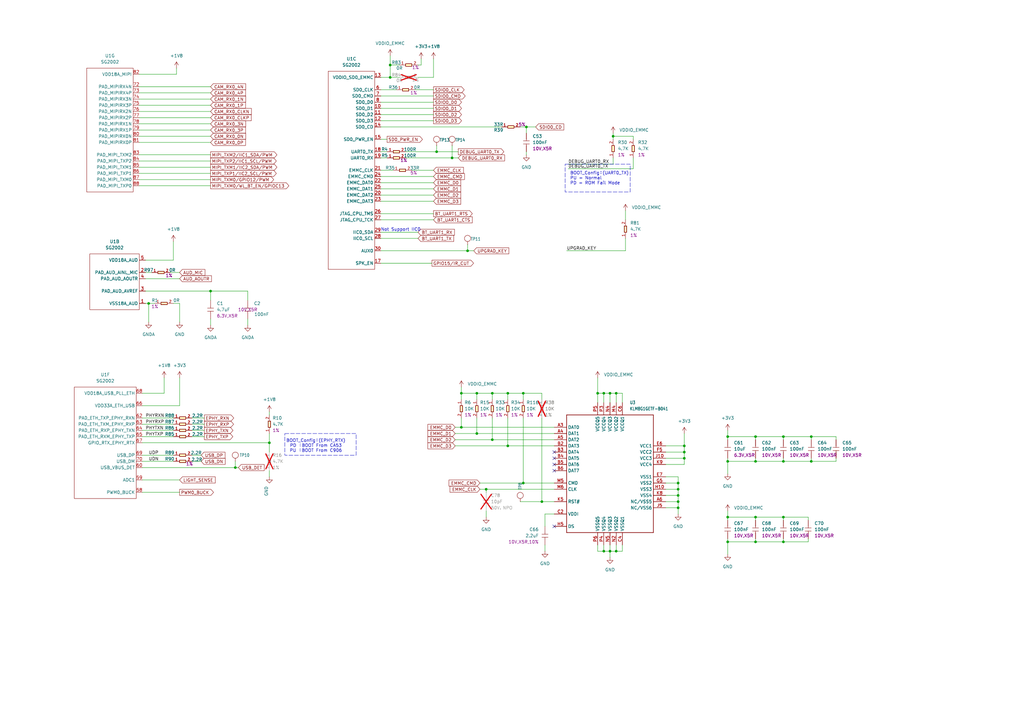
<source format=kicad_sch>
(kicad_sch (version 20231120) (generator "eeschema") (generator_version "8.0")
  (paper "A3")
  (title_block (title "ReCamera Core") (date "2024-04-25") (rev "V1.0") (company "Vincent"))
  (junction (at 332.74 179.07))
  (junction (at 321.31 189.23))
  (junction (at 298.45 179.07))
  (junction (at 332.74 189.23))
  (junction (at 201.93 161.29))
  (junction (at 199.39 200.66))
  (junction (at 250.19 161.29))
  (junction (at 214.63 198.12))
  (junction (at 321.31 179.07))
  (junction (at 179.07 62.23))
  (junction (at 252.73 226.06))
  (junction (at 280.67 182.88))
  (junction (at 278.13 200.66))
  (junction (at 191.77 102.87))
  (junction (at 208.28 182.88))
  (junction (at 195.58 177.8))
  (junction (at 298.45 212.09))
  (junction (at 278.13 203.2))
  (junction (at 298.45 222.25))
  (junction (at 160.02 26.67))
  (junction (at 278.13 205.74))
  (junction (at 96.52 191.77))
  (junction (at 86.36 119.38))
  (junction (at 280.67 187.96))
  (junction (at 160.02 31.75))
  (junction (at 321.31 222.25))
  (junction (at 60.96 124.46))
  (junction (at 321.31 212.09))
  (junction (at 214.63 161.29))
  (junction (at 309.88 189.23))
  (junction (at 110.49 181.61))
  (junction (at 247.65 226.06))
  (junction (at 309.88 212.09))
  (junction (at 298.45 189.23))
  (junction (at 278.13 198.12))
  (junction (at 280.67 185.42))
  (junction (at 309.88 179.07))
  (junction (at 195.58 161.29))
  (junction (at 215.9 52.07))
  (junction (at 247.65 161.29))
  (junction (at 208.28 161.29))
  (junction (at 185.42 64.77))
  (junction (at 250.19 226.06))
  (junction (at 201.93 180.34))
  (junction (at 222.25 205.74))
  (junction (at 278.13 208.28))
  (junction (at 245.11 161.29))
  (junction (at 309.88 222.25))
  (junction (at 189.23 161.29))
  (junction (at 251.46 55.88))
  (junction (at 189.23 175.26))
  (junction (at 252.73 161.29))
  (no_connect (at 227.33 185.42))
  (no_connect (at 227.33 190.5))
  (no_connect (at 227.33 215.9))
  (no_connect (at 227.33 193.04))
  (no_connect (at 227.33 187.96))
  (wire (pts (xy 160.02 22.86) (xy 160.02 26.67)))
  (wire (pts (xy 222.25 163.83) (xy 222.25 161.29)))
  (wire (pts (xy 58.42 176.53) (xy 71.12 176.53)))
  (wire (pts (xy 321.31 187.96) (xy 321.31 189.23)))
  (wire (pts (xy 58.42 186.69) (xy 71.12 186.69)))
  (wire (pts (xy 298.45 187.96) (xy 298.45 189.23)))
  (wire (pts (xy 332.74 187.96) (xy 332.74 189.23)))
  (wire (pts (xy 278.13 195.58) (xy 278.13 198.12)))
  (wire (pts (xy 251.46 55.88) (xy 251.46 57.15)))
  (wire (pts (xy 59.69 119.38) (xy 86.36 119.38)))
  (wire (pts (xy 199.39 200.66) (xy 199.39 201.93)))
  (wire (pts (xy 101.6 119.38) (xy 86.36 119.38)))
  (wire (pts (xy 156.21 57.15) (xy 158.75 57.15)))
  (wire (pts (xy 69.85 111.76) (xy 73.66 111.76)))
  (wire (pts (xy 58.42 166.37) (xy 73.66 166.37)))
  (wire (pts (xy 160.02 31.75) (xy 163.83 31.75)))
  (wire (pts (xy 273.05 203.2) (xy 278.13 203.2)))
  (wire (pts (xy 166.37 64.77) (xy 185.42 64.77)))
  (wire (pts (xy 156.21 62.23) (xy 158.75 62.23)))
  (wire (pts (xy 321.31 212.09) (xy 321.31 213.36)))
  (wire (pts (xy 215.9 52.07) (xy 219.71 52.07)))
  (wire (pts (xy 57.15 71.12) (xy 86.36 71.12)))
  (wire (pts (xy 172.72 24.13) (xy 172.72 26.67)))
  (wire (pts (xy 58.42 196.85) (xy 73.66 196.85)))
  (wire (pts (xy 250.19 161.29) (xy 247.65 161.29)))
  (wire (pts (xy 156.21 39.37) (xy 177.8 39.37)))
  (wire (pts (xy 298.45 220.98) (xy 298.45 222.25)))
  (wire (pts (xy 255.27 226.06) (xy 255.27 223.52)))
  (wire (pts (xy 199.39 200.66) (xy 227.33 200.66)))
  (wire (pts (xy 201.93 161.29) (xy 208.28 161.29)))
  (wire (pts (xy 215.9 62.23) (xy 215.9 63.5)))
  (wire (pts (xy 309.88 189.23) (xy 321.31 189.23)))
  (wire (pts (xy 201.93 171.45) (xy 201.93 180.34)))
  (wire (pts (xy 256.54 86.36) (xy 256.54 90.17)))
  (wire (pts (xy 86.36 133.35) (xy 86.36 130.81)))
  (wire (pts (xy 280.67 190.5) (xy 280.67 187.96)))
  (wire (pts (xy 57.15 55.88) (xy 86.36 55.88)))
  (wire (pts (xy 58.42 161.29) (xy 67.31 161.29)))
  (wire (pts (xy 156.21 41.91) (xy 177.8 41.91)))
  (wire (pts (xy 110.49 168.91) (xy 110.49 170.18)))
  (wire (pts (xy 214.63 198.12) (xy 227.33 198.12)))
  (wire (pts (xy 101.6 130.81) (xy 101.6 133.35)))
  (wire (pts (xy 78.74 173.99) (xy 83.82 173.99)))
  (wire (pts (xy 273.05 187.96) (xy 280.67 187.96)))
  (wire (pts (xy 245.11 226.06) (xy 247.65 226.06)))
  (wire (pts (xy 223.52 223.52) (xy 223.52 226.06)))
  (wire (pts (xy 71.12 124.46) (xy 73.66 124.46)))
  (wire (pts (xy 214.63 163.83) (xy 214.63 161.29)))
  (wire (pts (xy 57.15 30.48) (xy 72.39 30.48)))
  (wire (pts (xy 59.69 111.76) (xy 62.23 111.76)))
  (wire (pts (xy 213.36 205.74) (xy 222.25 205.74)))
  (wire (pts (xy 250.19 226.06) (xy 252.73 226.06)))
  (wire (pts (xy 189.23 171.45) (xy 189.23 175.26)))
  (wire (pts (xy 259.715 64.77) (xy 259.715 69.215)))
  (wire (pts (xy 273.05 200.66) (xy 278.13 200.66)))
  (wire (pts (xy 156.21 69.85) (xy 161.29 69.85)))
  (wire (pts (xy 166.37 62.23) (xy 179.07 62.23)))
  (wire (pts (xy 298.45 180.34) (xy 298.45 179.07)))
  (wire (pts (xy 255.27 165.1) (xy 255.27 161.29)))
  (wire (pts (xy 156.21 87.63) (xy 177.8 87.63)))
  (wire (pts (xy 195.58 161.29) (xy 201.93 161.29)))
  (wire (pts (xy 321.31 222.25) (xy 331.47 222.25)))
  (wire (pts (xy 252.73 161.29) (xy 252.73 165.1)))
  (wire (pts (xy 156.21 97.79) (xy 171.45 97.79)))
  (wire (pts (xy 321.31 189.23) (xy 332.74 189.23)))
  (wire (pts (xy 245.11 223.52) (xy 245.11 226.06)))
  (wire (pts (xy 73.66 124.46) (xy 73.66 132.08)))
  (wire (pts (xy 179.07 59.69) (xy 179.07 62.23)))
  (wire (pts (xy 273.05 195.58) (xy 278.13 195.58)))
  (wire (pts (xy 156.21 46.99) (xy 177.8 46.99)))
  (wire (pts (xy 177.8 80.01) (xy 156.21 80.01)))
  (wire (pts (xy 309.88 179.07) (xy 309.88 180.34)))
  (wire (pts (xy 186.69 180.34) (xy 201.93 180.34)))
  (wire (pts (xy 72.39 27.94) (xy 72.39 30.48)))
  (wire (pts (xy 156.21 52.07) (xy 205.74 52.07)))
  (wire (pts (xy 195.58 161.29) (xy 195.58 163.83)))
  (wire (pts (xy 156.21 90.17) (xy 177.8 90.17)))
  (wire (pts (xy 156.21 36.83) (xy 162.56 36.83)))
  (wire (pts (xy 232.41 102.87) (xy 256.54 102.87)))
  (wire (pts (xy 201.93 161.29) (xy 201.93 163.83)))
  (wire (pts (xy 58.42 181.61) (xy 110.49 181.61)))
  (wire (pts (xy 298.45 189.23) (xy 309.88 189.23)))
  (wire (pts (xy 160.02 31.75) (xy 156.21 31.75)))
  (wire (pts (xy 57.15 40.64) (xy 86.36 40.64)))
  (wire (pts (xy 60.96 124.46) (xy 60.96 132.08)))
  (wire (pts (xy 278.13 200.66) (xy 278.13 203.2)))
  (wire (pts (xy 252.73 223.52) (xy 252.73 226.06)))
  (wire (pts (xy 273.05 190.5) (xy 280.67 190.5)))
  (wire (pts (xy 331.47 212.09) (xy 331.47 213.36)))
  (wire (pts (xy 280.67 187.96) (xy 280.67 185.42)))
  (wire (pts (xy 57.15 53.34) (xy 86.36 53.34)))
  (wire (pts (xy 298.45 189.23) (xy 298.45 194.31)))
  (wire (pts (xy 208.28 161.29) (xy 208.28 163.83)))
  (wire (pts (xy 252.73 161.29) (xy 250.19 161.29)))
  (wire (pts (xy 233.045 67.31) (xy 251.46 67.31)))
  (wire (pts (xy 58.42 191.77) (xy 96.52 191.77)))
  (wire (pts (xy 57.15 50.8) (xy 86.36 50.8)))
  (wire (pts (xy 251.46 64.77) (xy 251.46 67.31)))
  (wire (pts (xy 189.23 161.29) (xy 195.58 161.29)))
  (wire (pts (xy 227.33 210.82) (xy 223.52 210.82)))
  (wire (pts (xy 215.9 52.07) (xy 215.9 54.61)))
  (wire (pts (xy 78.74 189.23) (xy 82.55 189.23)))
  (wire (pts (xy 250.19 161.29) (xy 250.19 165.1)))
  (wire (pts (xy 298.45 176.53) (xy 298.45 179.07)))
  (wire (pts (xy 222.25 171.45) (xy 222.25 205.74)))
  (wire (pts (xy 60.96 124.46) (xy 63.5 124.46)))
  (wire (pts (xy 247.65 223.52) (xy 247.65 226.06)))
  (wire (pts (xy 298.45 209.55) (xy 298.45 212.09)))
  (wire (pts (xy 156.21 102.87) (xy 191.77 102.87)))
  (wire (pts (xy 186.69 175.26) (xy 189.23 175.26)))
  (wire (pts (xy 332.74 179.07) (xy 342.9 179.07)))
  (wire (pts (xy 278.13 198.12) (xy 278.13 200.66)))
  (wire (pts (xy 214.63 171.45) (xy 214.63 198.12)))
  (wire (pts (xy 172.72 26.67) (xy 171.45 26.67)))
  (wire (pts (xy 278.13 205.74) (xy 278.13 208.28)))
  (wire (pts (xy 321.31 179.07) (xy 332.74 179.07)))
  (wire (pts (xy 273.05 198.12) (xy 278.13 198.12)))
  (wire (pts (xy 177.8 31.75) (xy 177.8 24.13)))
  (wire (pts (xy 259.715 55.88) (xy 251.46 55.88)))
  (wire (pts (xy 309.88 220.98) (xy 309.88 222.25)))
  (wire (pts (xy 189.23 163.83) (xy 189.23 161.29)))
  (wire (pts (xy 156.21 49.53) (xy 177.8 49.53)))
  (wire (pts (xy 214.63 161.29) (xy 208.28 161.29)))
  (wire (pts (xy 58.42 173.99) (xy 71.12 173.99)))
  (wire (pts (xy 252.73 226.06) (xy 255.27 226.06)))
  (wire (pts (xy 177.8 72.39) (xy 156.21 72.39)))
  (wire (pts (xy 101.6 123.19) (xy 101.6 119.38)))
  (wire (pts (xy 321.31 220.98) (xy 321.31 222.25)))
  (wire (pts (xy 247.65 226.06) (xy 250.19 226.06)))
  (wire (pts (xy 208.28 171.45) (xy 208.28 182.88)))
  (wire (pts (xy 57.15 38.1) (xy 86.36 38.1)))
  (wire (pts (xy 273.05 205.74) (xy 278.13 205.74)))
  (wire (pts (xy 247.65 161.29) (xy 245.11 161.29)))
  (wire (pts (xy 57.15 73.66) (xy 86.36 73.66)))
  (wire (pts (xy 73.66 154.94) (xy 73.66 166.37)))
  (wire (pts (xy 189.23 175.26) (xy 227.33 175.26)))
  (wire (pts (xy 57.15 43.18) (xy 86.36 43.18)))
  (wire (pts (xy 332.74 179.07) (xy 332.74 180.34)))
  (wire (pts (xy 298.45 222.25) (xy 309.88 222.25)))
  (wire (pts (xy 280.67 182.88) (xy 280.67 177.8)))
  (wire (pts (xy 96.52 189.23) (xy 96.52 191.77)))
  (wire (pts (xy 255.27 161.29) (xy 252.73 161.29)))
  (wire (pts (xy 171.45 31.75) (xy 177.8 31.75)))
  (wire (pts (xy 196.85 198.12) (xy 214.63 198.12)))
  (wire (pts (xy 191.77 100.33) (xy 191.77 102.87)))
  (wire (pts (xy 57.15 68.58) (xy 86.36 68.58)))
  (wire (pts (xy 247.65 161.29) (xy 247.65 165.1)))
  (wire (pts (xy 223.52 210.82) (xy 223.52 215.9)))
  (wire (pts (xy 57.15 48.26) (xy 86.36 48.26)))
  (wire (pts (xy 58.42 201.93) (xy 73.66 201.93)))
  (wire (pts (xy 321.31 179.07) (xy 321.31 180.34)))
  (wire (pts (xy 78.74 171.45) (xy 83.82 171.45)))
  (wire (pts (xy 309.88 222.25) (xy 321.31 222.25)))
  (wire (pts (xy 245.11 154.94) (xy 245.11 161.29)))
  (wire (pts (xy 57.15 76.2) (xy 86.36 76.2)))
  (wire (pts (xy 58.42 179.07) (xy 71.12 179.07)))
  (wire (pts (xy 57.15 35.56) (xy 86.36 35.56)))
  (wire (pts (xy 86.36 119.38) (xy 86.36 123.19)))
  (wire (pts (xy 233.045 69.215) (xy 259.715 69.215)))
  (wire (pts (xy 208.28 182.88) (xy 227.33 182.88)))
  (wire (pts (xy 96.52 191.77) (xy 97.79 191.77)))
  (wire (pts (xy 177.8 77.47) (xy 156.21 77.47)))
  (wire (pts (xy 309.88 187.96) (xy 309.88 189.23)))
  (wire (pts (xy 170.18 36.83) (xy 177.8 36.83)))
  (wire (pts (xy 342.9 189.23) (xy 342.9 187.96)))
  (wire (pts (xy 250.19 223.52) (xy 250.19 226.06)))
  (wire (pts (xy 309.88 212.09) (xy 309.88 213.36)))
  (wire (pts (xy 321.31 212.09) (xy 331.47 212.09)))
  (wire (pts (xy 199.39 209.55) (xy 199.39 212.09)))
  (wire (pts (xy 110.49 193.04) (xy 110.49 195.58)))
  (wire (pts (xy 57.15 45.72) (xy 86.36 45.72)))
  (wire (pts (xy 309.88 179.07) (xy 321.31 179.07)))
  (wire (pts (xy 185.42 59.69) (xy 185.42 64.77)))
  (wire (pts (xy 57.15 66.04) (xy 86.36 66.04)))
  (wire (pts (xy 278.13 208.28) (xy 278.13 210.82)))
  (wire (pts (xy 185.42 64.77) (xy 187.96 64.77)))
  (wire (pts (xy 186.69 177.8) (xy 195.58 177.8)))
  (wire (pts (xy 201.93 180.34) (xy 227.33 180.34)))
  (wire (pts (xy 245.11 161.29) (xy 245.11 165.1)))
  (wire (pts (xy 160.02 26.67) (xy 160.02 31.75)))
  (wire (pts (xy 156.21 107.95) (xy 177.165 107.95)))
  (wire (pts (xy 168.91 69.85) (xy 177.8 69.85)))
  (wire (pts (xy 59.69 124.46) (xy 60.96 124.46)))
  (wire (pts (xy 298.45 212.09) (xy 298.45 213.36)))
  (wire (pts (xy 189.23 158.75) (xy 189.23 161.29)))
  (wire (pts (xy 78.74 176.53) (xy 83.82 176.53)))
  (wire (pts (xy 298.45 212.09) (xy 309.88 212.09)))
  (wire (pts (xy 59.69 114.3) (xy 73.66 114.3)))
  (wire (pts (xy 195.58 177.8) (xy 227.33 177.8)))
  (wire (pts (xy 280.67 185.42) (xy 280.67 182.88)))
  (wire (pts (xy 342.9 179.07) (xy 342.9 180.34)))
  (wire (pts (xy 259.715 57.15) (xy 259.715 55.88)))
  (wire (pts (xy 58.42 189.23) (xy 71.12 189.23)))
  (wire (pts (xy 78.74 179.07) (xy 83.82 179.07)))
  (wire (pts (xy 331.47 222.25) (xy 331.47 220.98)))
  (wire (pts (xy 156.21 44.45) (xy 177.8 44.45)))
  (wire (pts (xy 58.42 171.45) (xy 71.12 171.45)))
  (wire (pts (xy 222.25 161.29) (xy 214.63 161.29)))
  (wire (pts (xy 186.69 182.88) (xy 208.28 182.88)))
  (wire (pts (xy 298.45 222.25) (xy 298.45 227.33)))
  (wire (pts (xy 195.58 171.45) (xy 195.58 177.8)))
  (wire (pts (xy 177.8 74.93) (xy 156.21 74.93)))
  (wire (pts (xy 156.21 82.55) (xy 177.8 82.55)))
  (wire (pts (xy 298.45 179.07) (xy 309.88 179.07)))
  (wire (pts (xy 196.85 200.66) (xy 199.39 200.66)))
  (wire (pts (xy 57.15 63.5) (xy 86.36 63.5)))
  (wire (pts (xy 110.49 177.8) (xy 110.49 181.61)))
  (wire (pts (xy 250.19 226.06) (xy 250.19 228.6)))
  (wire (pts (xy 71.12 99.06) (xy 71.12 106.68)))
  (wire (pts (xy 179.07 62.23) (xy 187.96 62.23)))
  (wire (pts (xy 273.05 185.42) (xy 280.67 185.42)))
  (wire (pts (xy 191.77 102.87) (xy 194.31 102.87)))
  (wire (pts (xy 213.36 52.07) (xy 215.9 52.07)))
  (wire (pts (xy 160.02 26.67) (xy 163.83 26.67)))
  (wire (pts (xy 110.49 181.61) (xy 110.49 185.42)))
  (wire (pts (xy 156.21 95.25) (xy 171.45 95.25)))
  (wire (pts (xy 256.54 97.79) (xy 256.54 102.87)))
  (wire (pts (xy 67.31 154.94) (xy 67.31 161.29)))
  (wire (pts (xy 332.74 189.23) (xy 342.9 189.23)))
  (wire (pts (xy 59.69 106.68) (xy 71.12 106.68)))
  (wire (pts (xy 222.25 205.74) (xy 227.33 205.74)))
  (wire (pts (xy 309.88 212.09) (xy 321.31 212.09)))
  (wire (pts (xy 156.21 64.77) (xy 158.75 64.77)))
  (wire (pts (xy 278.13 203.2) (xy 278.13 205.74)))
  (wire (pts (xy 273.05 182.88) (xy 280.67 182.88)))
  (wire (pts (xy 78.74 186.69) (xy 82.55 186.69)))
  (wire (pts (xy 251.46 54.61) (xy 251.46 55.88)))
  (wire (pts (xy 57.15 58.42) (xy 86.36 58.42)))
  (wire (pts (xy 273.05 208.28) (xy 278.13 208.28)))
  (rectangle (start 231.775 67.31) (end 258.445 78.74) (stroke (width 0) (type dash)))
  (rectangle (start 116.84 177.8) (end 146.05 186.69) (stroke (width 0) (type dash)))
  (text "BOOT_Config：(EPHY_RTX)\nPD ：BOOT From CA53\nPU ：BOOT From C906" (at 129.54 182.88 0) (effects (font (size 1.27 1.27))))
  (text "BOOT_Config：(UART0_TX)\nPU = Normal\nPD = ROM Fail Mode" (at 233.807 73.152 0) (effects (font (size 1.27 1.27)) (justify left)))
  (text "Not Support IIC0" (at 156.21 94.996 0) (effects (font (size 1.27 1.27)) (justify left bottom)))
  (label "UDP" (at 60.96 186.69 0))
  (label "PHYTXN" (at 59.69 176.53 0))
  (label "PHYTXP" (at 59.69 179.07 0))
  (label "DEBUG_UART0_RX" (at 233.045 67.31 0))
  (label "DEBUG_UART0_TX" (at 233.045 69.215 0))
  (label "PHYRXP" (at 59.69 173.99 0))
  (label "PHYRXN" (at 59.69 171.45 0))
  (label "UPGRAD_KEY" (at 232.41 102.87 0))
  (label "UDN" (at 60.96 189.23 0))
  (global_label "BT_UART1_CTS" (shape input) (at 177.8 90.17 0) (property "Intersheetrefs" "${INTERSHEET_REFS}" (effects (hide yes))))
  (global_label "EMMC_CLK" (shape input) (at 177.8 69.85 0) (property "Intersheetrefs" "${INTERSHEET_REFS}" (effects (hide yes))))
  (global_label "SDIO0_CMD" (shape output) (at 177.8 39.37 0) (property "Intersheetrefs" "${INTERSHEET_REFS}" (effects (hide yes))))
  (global_label "EPHY_RXP" (shape output) (at 83.82 173.99 0) (property "Intersheetrefs" "${INTERSHEET_REFS}" (effects (hide yes))))
  (global_label "MIPI_TXM1{slash}IIC2_SDA{slash}PWM" (shape output) (at 86.36 68.58 0) (property "Intersheetrefs" "${INTERSHEET_REFS}" (effects (hide yes))))
  (global_label "DEBUG_UART0_RX" (shape input) (at 187.96 64.77 0) (property "Intersheetrefs" "${INTERSHEET_REFS}" (effects (hide yes))))
  (global_label "EMMC_D0" (shape input) (at 186.69 175.26 180) (property "Intersheetrefs" "${INTERSHEET_REFS}" (effects (hide yes))))
  (global_label "EPHY_TXN" (shape output) (at 83.82 176.53 0) (property "Intersheetrefs" "${INTERSHEET_REFS}" (effects (hide yes))))
  (global_label "EMMC_CLK" (shape input) (at 196.85 200.66 180) (property "Intersheetrefs" "${INTERSHEET_REFS}" (effects (hide yes))))
  (global_label "CAM_RX0_4P" (shape input) (at 86.36 38.1 0) (property "Intersheetrefs" "${INTERSHEET_REFS}" (effects (hide yes))))
  (global_label "USB_DP" (shape input) (at 82.55 186.69 0) (property "Intersheetrefs" "${INTERSHEET_REFS}" (effects (hide yes))))
  (global_label "USB_DET" (shape input) (at 97.79 191.77 0) (property "Intersheetrefs" "${INTERSHEET_REFS}" (effects (hide yes))))
  (global_label "AUD_AOUTR" (shape input) (at 73.66 114.3 0) (property "Intersheetrefs" "${INTERSHEET_REFS}" (effects (hide yes))))
  (global_label "CAM_RX0_0N" (shape input) (at 86.36 55.88 0) (property "Intersheetrefs" "${INTERSHEET_REFS}" (effects (hide yes))))
  (global_label "EMMC_D3" (shape input) (at 186.69 182.88 180) (property "Intersheetrefs" "${INTERSHEET_REFS}" (effects (hide yes))))
  (global_label "SDIO0_D1" (shape output) (at 177.8 44.45 0) (property "Intersheetrefs" "${INTERSHEET_REFS}" (effects (hide yes))))
  (global_label "USB_DN" (shape input) (at 82.55 189.23 0) (property "Intersheetrefs" "${INTERSHEET_REFS}" (effects (hide yes))))
  (global_label "DEBUG_UART0_TX" (shape output) (at 187.96 62.23 0) (property "Intersheetrefs" "${INTERSHEET_REFS}" (effects (hide yes))))
  (global_label "PWM0_BUCK" (shape output) (at 73.66 201.93 0) (property "Intersheetrefs" "${INTERSHEET_REFS}" (effects (hide yes))))
  (global_label "CAM_RX0_CLKN" (shape input) (at 86.36 45.72 0) (property "Intersheetrefs" "${INTERSHEET_REFS}" (effects (hide yes))))
  (global_label "EMMC_D1" (shape input) (at 186.69 177.8 180) (property "Intersheetrefs" "${INTERSHEET_REFS}" (effects (hide yes))))
  (global_label "EMMC_D3" (shape input) (at 177.8 82.55 0) (property "Intersheetrefs" "${INTERSHEET_REFS}" (effects (hide yes))))
  (global_label "CAM_RX0_3N" (shape input) (at 86.36 50.8 0) (property "Intersheetrefs" "${INTERSHEET_REFS}" (effects (hide yes))))
  (global_label "SDIO0_D0" (shape output) (at 177.8 41.91 0) (property "Intersheetrefs" "${INTERSHEET_REFS}" (effects (hide yes))))
  (global_label "EMMC_D2" (shape input) (at 177.8 80.01 0) (property "Intersheetrefs" "${INTERSHEET_REFS}" (effects (hide yes))))
  (global_label "LIGHT_SENSE" (shape input) (at 73.66 196.85 0) (property "Intersheetrefs" "${INTERSHEET_REFS}" (effects (hide yes))))
  (global_label "CAM_RX0_1N" (shape input) (at 86.36 40.64 0) (property "Intersheetrefs" "${INTERSHEET_REFS}" (effects (hide yes))))
  (global_label "EMMC_D0" (shape input) (at 177.8 74.93 0) (property "Intersheetrefs" "${INTERSHEET_REFS}" (effects (hide yes))))
  (global_label "MIPI_TXM0{slash}GPIO12{slash}PWM" (shape output) (at 86.36 73.66 0) (property "Intersheetrefs" "${INTERSHEET_REFS}" (effects (hide yes))))
  (global_label "MIPI_TXP1{slash}IIC2_SCL{slash}PWM" (shape output) (at 86.36 71.12 0) (property "Intersheetrefs" "${INTERSHEET_REFS}" (effects (hide yes))))
  (global_label "MIPI_TXP2{slash}IIC1_SCL{slash}PWM" (shape output) (at 86.36 66.04 0) (property "Intersheetrefs" "${INTERSHEET_REFS}" (effects (hide yes))))
  (global_label "BT_UART1_TX" (shape input) (at 171.45 97.79 0) (property "Intersheetrefs" "${INTERSHEET_REFS}" (effects (hide yes))))
  (global_label "CAM_RX0_1P" (shape input) (at 86.36 43.18 0) (property "Intersheetrefs" "${INTERSHEET_REFS}" (effects (hide yes))))
  (global_label "BT_UART1_RTS" (shape output) (at 177.8 87.63 0) (property "Intersheetrefs" "${INTERSHEET_REFS}" (effects (hide yes))))
  (global_label "UPGRAD_KEY" (shape input) (at 194.31 102.87 0) (property "Intersheetrefs" "${INTERSHEET_REFS}" (effects (hide yes))))
  (global_label "EMMC_CMD" (shape input) (at 196.85 198.12 180) (property "Intersheetrefs" "${INTERSHEET_REFS}" (effects (hide yes))))
  (global_label "CAM_RX0_CLKP" (shape input) (at 86.36 48.26 0) (property "Intersheetrefs" "${INTERSHEET_REFS}" (effects (hide yes))))
  (global_label "SD0_PWR_EN" (shape output) (at 158.75 57.15 0) (property "Intersheetrefs" "${INTERSHEET_REFS}" (effects (hide yes))))
  (global_label "EPHY_RXN" (shape output) (at 83.82 171.45 0) (property "Intersheetrefs" "${INTERSHEET_REFS}" (effects (hide yes))))
  (global_label "SDIO0_CLK" (shape output) (at 177.8 36.83 0) (property "Intersheetrefs" "${INTERSHEET_REFS}" (effects (hide yes))))
  (global_label "MIPI_TXM0{slash}WL_BT_EN{slash}GPIOC13" (shape output) (at 86.36 76.2 0) (property "Intersheetrefs" "${INTERSHEET_REFS}" (effects (hide yes))))
  (global_label "EPHY_TXP" (shape output) (at 83.82 179.07 0) (property "Intersheetrefs" "${INTERSHEET_REFS}" (effects (hide yes))))
  (global_label "EMMC_CMD" (shape input) (at 177.8 72.39 0) (property "Intersheetrefs" "${INTERSHEET_REFS}" (effects (hide yes))))
  (global_label "EMMC_D1" (shape input) (at 177.8 77.47 0) (property "Intersheetrefs" "${INTERSHEET_REFS}" (effects (hide yes))))
  (global_label "EMMC_D2" (shape input) (at 186.69 180.34 180) (property "Intersheetrefs" "${INTERSHEET_REFS}" (effects (hide yes))))
  (global_label "BT_UART1_RX" (shape input) (at 171.45 95.25 0) (property "Intersheetrefs" "${INTERSHEET_REFS}" (effects (hide yes))))
  (global_label "AUD_MIC" (shape input) (at 73.66 111.76 0) (property "Intersheetrefs" "${INTERSHEET_REFS}" (effects (hide yes))))
  (global_label "CAM_RX0_4N" (shape input) (at 86.36 35.56 0) (property "Intersheetrefs" "${INTERSHEET_REFS}" (effects (hide yes))))
  (global_label "MIPI_TXM2{slash}IIC1_SDA{slash}PWM" (shape output) (at 86.36 63.5 0) (property "Intersheetrefs" "${INTERSHEET_REFS}" (effects (hide yes))))
  (global_label "CAM_RX0_3P" (shape input) (at 86.36 53.34 0) (property "Intersheetrefs" "${INTERSHEET_REFS}" (effects (hide yes))))
  (global_label "SDIO0_CD" (shape input) (at 219.71 52.07 0) (property "Intersheetrefs" "${INTERSHEET_REFS}" (effects (hide yes))))
  (global_label "SDIO0_D3" (shape output) (at 177.8 49.53 0) (property "Intersheetrefs" "${INTERSHEET_REFS}" (effects (hide yes))))
  (global_label "SDIO0_D2" (shape output) (at 177.8 46.99 0) (property "Intersheetrefs" "${INTERSHEET_REFS}" (effects (hide yes))))
  (global_label "CAM_RX0_0P" (shape input) (at 86.36 58.42 0) (property "Intersheetrefs" "${INTERSHEET_REFS}" (effects (hide yes))))
  (global_label "GPIO15{slash}IR_CUT" (shape output) (at 177.165 107.95 0) (property "Intersheetrefs" "${INTERSHEET_REFS}" (effects (hide yes))))
  (symbol (lib_id "P & G:GND") (at 73.66 132.08 0) (unit 1)
    (property "Reference" "#PWR061" (effects (hide yes)))
    (property "Value" "GND" (at 73.66 137.16 0))
  )
  (symbol (lib_id "libdb:Resistors/301013729") (at 74.93 171.45 0) (unit 1)
    (property "Reference" "R88" (at 69.596 170.434 0))
    (property "Value" "2.2R" (at 78.74 171.196 0) (effects (justify left bottom)))
    (property "Footprint" "Resistor:R0201" (effects (hide yes)))
    (property "Description" "SMD RES 2.2R-1%-1/20W;0201" (effects (hide yes)))
    (property "Manufacturer" "YAGEO" (effects (hide yes)))
    (property "MPN" "RC0201FR-072R2L" (effects (hide yes)))
    (property "SKU" "301013729" (effects (hide yes)))
    (property "Resistance" "2.2R" (effects (hide yes)))
    (property "Part Type" "RES" (effects (hide yes)))
    (property "Power Rating" "1%" (effects (hide yes)))
    (property "Status" "Recamera" (effects (hide yes)))
    (property "Temperature" "-55°C to 125°C" (effects (hide yes)))
  )
  (symbol (lib_id "P & G:GNDA") (at 60.96 132.08 0) (unit 1)
    (property "Reference" "#PWR055" (effects (hide yes)))
    (property "Value" "GNDA" (at 60.96 137.16 0))
  )
  (symbol (lib_id "libdb:Resistors/301010526") (at 201.93 167.64 270) (unit 1)
    (property "Reference" "R33" (at 203.2 165.0999 90) (effects (justify left)))
    (property "Value" "10K" (at 203.2 167.6399 90) (effects (justify left)))
    (property "Footprint" "Resistor:R0201" (effects (hide yes)))
    (property "Description" "SMD RES 10K-±1%-1/20W;0201" (effects (hide yes)))
    (property "Manufacturer" "YAGEO" (effects (hide yes)))
    (property "MPN" "RC0201FR-0710KL" (effects (hide yes)))
    (property "SKU" "301010526" (effects (hide yes)))
    (property "Resistance" "10K" (effects (hide yes)))
    (property "Part Type" "RES" (effects (hide yes)))
    (property "Power Rating" "1%" (at 203.2 170.1799 90) (effects (justify left)))
    (property "Status" "BeagleBone AI TDA4VM" (effects (hide yes)))
    (property "Temperature" "-55°C to 125°C" (effects (hide yes)))
  )
  (symbol (lib_id "P & G:+3V3") (at 256.54 86.36 0) (unit 1)
    (property "Reference" "#PWR0142" (effects (hide yes)))
    (property "Value" "VDDIO_EMMC" (at 259.08 85.0899 0) (effects (justify left)))
  )
  (symbol (lib_id "libdb:Resistors/301010675") (at 209.55 52.07 0) (unit 1)
    (property "Reference" "R39" (at 204.47 53.34 0))
    (property "Value" "33R" (at 204.47 51.054 0))
    (property "Footprint" "Resistor:R0201" (effects (hide yes)))
    (property "Description" "SMD RES;33R-5%-1/20W;0201" (effects (hide yes)))
    (property "Manufacturer" "YAGEO" (effects (hide yes)))
    (property "MPN" "RC0201JR-0733RL" (effects (hide yes)))
    (property "SKU" "301010675" (effects (hide yes)))
    (property "Resistance" "33R" (effects (hide yes)))
    (property "Part Type" "RES" (effects (hide yes)))
    (property "Power Rating" "5%" (at 214.122 51.054 0))
    (property "Status" "BeagleBone AI TDA4VM" (effects (hide yes)))
    (property "Temperature" "-55°C to 125°C" (effects (hide yes)))
  )
  (symbol (lib_id "P & G:+3V3") (at 298.45 176.53 0) (unit 1)
    (property "Reference" "#PWR079" (effects (hide yes)))
    (property "Value" "+3V3" (at 298.45 171.45 0))
  )
  (symbol (lib_id "libdb:Resistors/301010677") (at 110.49 189.23 90) (unit 1) (dnp yes)
    (property "Reference" "R16" (at 111.76 186.6899 90) (effects (justify right)))
    (property "Value" "4.7K" (at 111.76 189.2299 90) (effects (justify right)))
    (property "Footprint" "Resistor:R0201" (effects (hide yes)))
    (property "Description" "SMD RES;4.7K-5%-1/20W;0201" (effects (hide yes)))
    (property "Manufacturer" "YAGEO" (effects (hide yes)))
    (property "MPN" "RC0201JR-074K7L" (effects (hide yes)))
    (property "SKU" "301010677" (effects (hide yes)))
    (property "Resistance" "4.7K" (effects (hide yes)))
    (property "Part Type" "RES" (effects (hide yes)))
    (property "Power Rating" "1%" (at 111.76 191.7699 90) (effects (justify right)))
    (property "Status" "XIAO" (effects (hide yes)))
    (property "Temperature" "-55°C to 125°C" (effects (hide yes)))
  )
  (symbol (lib_id "libdb:Ic/310011796") (at 146.05 44.45 0) (unit 3)
    (property "Reference" "U1" (at 144.145 24.13 0))
    (property "Value" "SG2002" (at 144.145 26.67 0))
    (property "Footprint" "Ic:QFN88-0.35-9X9X0.9MM_small" (effects (hide yes)))
    (property "Description" "SMD IC MPU;Cortex-A53/RISC-V C906 1.0GHz;9*9*0.9mm-QFN88" (effects (hide yes)))
    (property "Manufacturer" "SPOHON" (effects (hide yes)))
    (property "MPN" "SG2002" (effects (hide yes)))
    (property "SKU" "310011796" (effects (hide yes)))
    (property "Part Type" "MCU" (effects (hide yes)))
    (property "Temperature" "-30°C to 70°C" (effects (hide yes)))
  )
  (symbol (lib_id "libdb:Ic/310011796") (at 48.26 119.38 0) (unit 2)
    (property "Reference" "U1" (at 46.99 99.06 0))
    (property "Value" "SG2002" (at 46.99 101.6 0))
    (property "Footprint" "Ic:QFN88-0.35-9X9X0.9MM_small" (effects (hide yes)))
    (property "Description" "SMD IC MPU;Cortex-A53/RISC-V C906 1.0GHz;9*9*0.9mm-QFN88" (effects (hide yes)))
    (property "Manufacturer" "SPOHON" (effects (hide yes)))
    (property "MPN" "SG2002" (effects (hide yes)))
    (property "SKU" "310011796" (effects (hide yes)))
    (property "Part Type" "MCU" (effects (hide yes)))
    (property "Temperature" "-30°C to 70°C" (effects (hide yes)))
  )
  (symbol (lib_id "Seeed_libdb:Misc/TP35C_SMD") (at 96.52 186.69 90) (unit 1)
    (property "Reference" "TP10" (at 100.33 186.69 90) (effects (font (size 1.27 1.0795))))
    (property "Value" "Test Point" (effects (hide yes)))
    (property "Footprint" "Misc:TP-D35MIL" (effects (hide yes)))
    (property "SKU" "TP35C_SMD" (effects (hide yes)))
    (property "Part Type" "Test Point" (effects (hide yes)))
  )
  (symbol (lib_id "P & G:+3V3") (at 160.02 22.86 0) (unit 1)
    (property "Reference" "#PWR067" (effects (hide yes)))
    (property "Value" "VDDIO_EMMC" (at 160.02 17.78 0))
  )
  (symbol (lib_id "libdb:Resistors/301010524") (at 162.56 62.23 0) (unit 1)
    (property "Reference" "R4" (at 157.734 61.214 0))
    (property "Value" "100R" (at 165.608 61.976 0) (effects (justify left bottom)))
    (property "Footprint" "Resistor:R0201" (effects (hide yes)))
    (property "Description" "SMD RES 100R-±1%-1/20W;0201" (effects (hide yes)))
    (property "Manufacturer" "YAGEO" (effects (hide yes)))
    (property "MPN" "RC0201FR-07100RL" (effects (hide yes)))
    (property "SKU" "301010524" (effects (hide yes)))
    (property "Resistance" "100R" (effects (hide yes)))
    (property "Part Type" "RES" (effects (hide yes)))
    (property "Power Rating" "1%" (effects (hide yes)))
    (property "Status" "BeagleBone AI TDA4VM" (effects (hide yes)))
    (property "Temperature" "-55°C to 125°C" (effects (hide yes)))
  )
  (symbol (lib_name "Capacitors/302010271_1") (lib_id "libdb:Capacitors/302010271") (at 331.47 217.17 0) (unit 1)
    (property "Reference" "C70" (at 334.01 214.6299 0) (effects (justify left)))
    (property "Value" "100nF" (at 334.01 217.1699 0) (effects (justify left)))
    (property "Footprint" "Capacitor:C0201" (effects (hide yes)))
    (property "Description" "SMD CAP Ceramic 100nF-10V-10%-X5R;0201" (effects (hide yes)))
    (property "Manufacturer" "YAGEO" (effects (hide yes)))
    (property "MPN" "CC0201KRX5R6BB104" (effects (hide yes)))
    (property "SKU" "302010271" (effects (hide yes)))
    (property "Part Type" "Ceramic" (effects (hide yes)))
    (property "Voltage Rating" "10V,X5R" (at 334.01 219.7099 0) (effects (justify left)))
    (property "Status" "ODYSSEY-i.MX8M" (effects (hide yes)))
    (property "Temperature" "-55°C to 85°C" (effects (hide yes)))
  )
  (symbol (lib_id "P & G:+3V3") (at 73.66 154.94 0) (unit 1)
    (property "Reference" "#PWR062" (effects (hide yes)))
    (property "Value" "+3V3" (at 73.66 149.86 0))
  )
  (symbol (lib_id "libdb:Resistors/301010526") (at 195.58 167.64 270) (unit 1)
    (property "Reference" "R15" (at 196.85 165.0999 90) (effects (justify left)))
    (property "Value" "10K" (at 196.85 167.6399 90) (effects (justify left)))
    (property "Footprint" "Resistor:R0201" (effects (hide yes)))
    (property "Description" "SMD RES 10K-±1%-1/20W;0201" (effects (hide yes)))
    (property "Manufacturer" "YAGEO" (effects (hide yes)))
    (property "MPN" "RC0201FR-0710KL" (effects (hide yes)))
    (property "SKU" "301010526" (effects (hide yes)))
    (property "Resistance" "10K" (effects (hide yes)))
    (property "Part Type" "RES" (effects (hide yes)))
    (property "Power Rating" "1%" (at 196.85 170.1799 90) (effects (justify left)))
    (property "Status" "BeagleBone AI TDA4VM" (effects (hide yes)))
    (property "Temperature" "-55°C to 125°C" (effects (hide yes)))
  )
  (symbol (lib_id "P & G:+3V3") (at 298.45 209.55 0) (unit 1)
    (property "Reference" "#PWR081" (effects (hide yes)))
    (property "Value" "VDDIO_EMMC" (at 300.99 208.2799 0) (effects (justify left)))
  )
  (symbol (lib_id "P & G:GND") (at 199.39 212.09 0) (unit 1)
    (property "Reference" "#PWR071" (effects (hide yes)))
    (property "Value" "GND" (at 199.39 217.17 0))
  )
  (symbol (lib_id "P & G:GND") (at 215.9 63.5 0) (unit 1)
    (property "Reference" "#PWR072" (effects (hide yes)))
    (property "Value" "GND" (at 215.9 68.58 0))
  )
  (symbol (lib_id "libdb:Resistors/301013729") (at 74.93 173.99 0) (unit 1)
    (property "Reference" "R87" (at 69.596 172.974 0))
    (property "Value" "2.2R" (at 78.74 173.736 0) (effects (justify left bottom)))
    (property "Footprint" "Resistor:R0201" (effects (hide yes)))
    (property "Description" "SMD RES 2.2R-1%-1/20W;0201" (effects (hide yes)))
    (property "Manufacturer" "YAGEO" (effects (hide yes)))
    (property "MPN" "RC0201FR-072R2L" (effects (hide yes)))
    (property "SKU" "301013729" (effects (hide yes)))
    (property "Resistance" "2.2R" (effects (hide yes)))
    (property "Part Type" "RES" (effects (hide yes)))
    (property "Power Rating" "1%" (effects (hide yes)))
    (property "Status" "Recamera" (effects (hide yes)))
    (property "Temperature" "-55°C to 125°C" (effects (hide yes)))
  )
  (symbol (lib_id "P & G:GND") (at 110.49 195.58 0) (unit 1)
    (property "Reference" "#PWR065" (effects (hide yes)))
    (property "Value" "GND" (at 109.22 199.39 90) (effects (justify right)))
  )
  (symbol (lib_id "P & G:+3V3") (at 280.67 177.8 0) (unit 1)
    (property "Reference" "#PWR078" (effects (hide yes)))
    (property "Value" "+3V3" (at 280.67 172.72 0))
  )
  (symbol (lib_id "P & G:GNDA") (at 101.6 133.35 0) (unit 1)
    (property "Reference" "#PWR066" (effects (hide yes)))
    (property "Value" "GNDA" (at 101.6 138.43 0))
  )
  (symbol (lib_id "Seeed_libdb:Resistors/301010677") (at 259.715 60.96 90) (unit 1)
    (property "Reference" "R32" (at 261.62 58.42 90) (effects (justify right)))
    (property "Value" "4.7K" (at 261.62 60.96 90) (effects (justify right)))
    (property "Footprint" "Resistor:R0201" (effects (hide yes)))
    (property "Manufacturer" "YAGEO" (effects (hide yes)))
    (property "MPN" "RC0201JR-074K7L" (effects (hide yes)))
    (property "SKU" "301010677" (effects (hide yes)))
    (property "Resistance" "4.7K" (effects (hide yes)))
    (property "Part Type" "RES" (effects (hide yes)))
    (property "Power Rating" "1%" (at 261.62 63.5 90) (effects (justify right)))
    (property "Status" "XIAO" (effects (hide yes)))
    (property "Temperature" "-55°C to 125°C" (effects (hide yes)))
  )
  (symbol (lib_id "libdb:Resistors/301010526") (at 222.25 167.64 270) (unit 1) (dnp yes)
    (property "Reference" "R38" (at 223.52 165.0999 90) (effects (justify left)))
    (property "Value" "10K" (at 223.52 167.6399 90) (effects (justify left)))
    (property "Footprint" "Resistor:R0201" (effects (hide yes)))
    (property "Description" "SMD RES 10K-±1%-1/20W;0201" (effects (hide yes)))
    (property "Manufacturer" "YAGEO" (effects (hide yes)))
    (property "MPN" "RC0201FR-0710KL" (effects (hide yes)))
    (property "SKU" "301010526" (effects (hide yes)))
    (property "Resistance" "10K" (effects (hide yes)))
    (property "Part Type" "RES" (effects (hide yes)))
    (property "Power Rating" "1%" (at 223.52 170.1799 90) (effects (justify left)))
    (property "Status" "BeagleBone AI TDA4VM" (effects (hide yes)))
    (property "Temperature" "-55°C to 125°C" (effects (hide yes)))
  )
  (symbol (lib_id "P & G:GND") (at 278.13 210.82 0) (unit 1)
    (property "Reference" "#PWR077" (effects (hide yes)))
    (property "Value" "GND" (at 278.13 215.9 0))
  )
  (symbol (lib_id "P & G:GND") (at 298.45 194.31 0) (unit 1)
    (property "Reference" "#PWR080" (effects (hide yes)))
    (property "Value" "GND" (at 298.45 199.39 0))
  )
  (symbol (lib_id "P & G:+3V3") (at 245.11 154.94 0) (unit 1)
    (property "Reference" "#PWR074" (effects (hide yes)))
    (property "Value" "VDDIO_EMMC" (at 247.65 153.6699 0) (effects (justify left)))
  )
  (symbol (lib_name "Resistors/301010525_1") (lib_id "libdb:Resistors/301010525") (at 66.04 111.76 0) (unit 1)
    (property "Reference" "R97" (at 60.96 110.744 0))
    (property "Value" "0R" (at 69.342 111.506 0) (effects (justify left bottom)))
    (property "Footprint" "Resistor:R0201" (effects (hide yes)))
    (property "Description" "SMD RES 0R-±1%-1/20W;0201" (effects (hide yes)))
    (property "Manufacturer" "YAGEO" (effects (hide yes)))
    (property "MPN" "RC0201FR-070RL" (effects (hide yes)))
    (property "SKU" "301010525" (effects (hide yes)))
    (property "Resistance" "0R" (effects (hide yes)))
    (property "Part Type" "RES" (effects (hide yes)))
    (property "Power Rating" "1%" (at 69.342 113.03 0))
    (property "Status" "BeagleBone AI TDA4VM" (effects (hide yes)))
    (property "Temperature" "-55°C to 125°C" (effects (hide yes)))
  )
  (symbol (lib_name "Capacitors/302010271_4") (lib_id "libdb:Capacitors/302010271") (at 321.31 217.17 0) (unit 1)
    (property "Reference" "C69" (at 323.85 214.6299 0) (effects (justify left)))
    (property "Value" "100nF" (at 323.85 217.1699 0) (effects (justify left)))
    (property "Footprint" "Capacitor:C0201" (effects (hide yes)))
    (property "Description" "SMD CAP Ceramic 100nF-10V-10%-X5R;0201" (effects (hide yes)))
    (property "Manufacturer" "YAGEO" (effects (hide yes)))
    (property "MPN" "CC0201KRX5R6BB104" (effects (hide yes)))
    (property "SKU" "302010271" (effects (hide yes)))
    (property "Part Type" "Ceramic" (effects (hide yes)))
    (property "Voltage Rating" "10V,X5R" (at 323.85 219.7099 0) (effects (justify left)))
    (property "Status" "ODYSSEY-i.MX8M" (effects (hide yes)))
    (property "Temperature" "-55°C to 85°C" (effects (hide yes)))
  )
  (symbol (lib_id "libdb:Capacitors/302010053") (at 298.45 184.15 0) (unit 1)
    (property "Reference" "C61" (at 300.99 181.6099 0) (effects (justify left)))
    (property "Value" "10uF" (at 300.99 184.1499 0) (effects (justify left)))
    (property "Footprint" "Capacitor:C0402" (effects (hide yes)))
    (property "Description" "SMD CAP Ceramic 10uF-6.3V-20%-X5R;0402" (effects (hide yes)))
    (property "Manufacturer" "YAGEO" (effects (hide yes)))
    (property "MPN" "CC0402MRX5R5BB106" (effects (hide yes)))
    (property "SKU" "302010053" (effects (hide yes)))
    (property "Part Type" "Ceramic" (effects (hide yes)))
    (property "Voltage Rating" "6.3V,X5R" (at 300.99 186.6899 0) (effects (justify left)))
    (property "Status" "ST" (effects (hide yes)))
    (property "Temperature" "-55°C to 85°C" (effects (hide yes)))
  )
  (symbol (lib_id "libdb:Resistors/301013729") (at 74.93 176.53 0) (unit 1)
    (property "Reference" "R86" (at 69.596 175.514 0))
    (property "Value" "2.2R" (at 78.74 176.276 0) (effects (justify left bottom)))
    (property "Footprint" "Resistor:R0201" (effects (hide yes)))
    (property "Description" "SMD RES 2.2R-1%-1/20W;0201" (effects (hide yes)))
    (property "Manufacturer" "YAGEO" (effects (hide yes)))
    (property "MPN" "RC0201FR-072R2L" (effects (hide yes)))
    (property "SKU" "301013729" (effects (hide yes)))
    (property "Resistance" "2.2R" (effects (hide yes)))
    (property "Part Type" "RES" (effects (hide yes)))
    (property "Power Rating" "1%" (effects (hide yes)))
    (property "Status" "Recamera" (effects (hide yes)))
    (property "Temperature" "-55°C to 125°C" (effects (hide yes)))
  )
  (symbol (lib_id "libdb:Resistors/301013729") (at 74.93 179.07 0) (unit 1)
    (property "Reference" "R85" (at 69.596 178.054 0))
    (property "Value" "2.2R" (at 78.74 178.816 0) (effects (justify left bottom)))
    (property "Footprint" "Resistor:R0201" (effects (hide yes)))
    (property "Description" "SMD RES 2.2R-1%-1/20W;0201" (effects (hide yes)))
    (property "Manufacturer" "YAGEO" (effects (hide yes)))
    (property "MPN" "RC0201FR-072R2L" (effects (hide yes)))
    (property "SKU" "301013729" (effects (hide yes)))
    (property "Resistance" "2.2R" (effects (hide yes)))
    (property "Part Type" "RES" (effects (hide yes)))
    (property "Power Rating" "1%" (effects (hide yes)))
    (property "Status" "Recamera" (effects (hide yes)))
    (property "Temperature" "-55°C to 125°C" (effects (hide yes)))
  )
  (symbol (lib_id "libdb:Capacitors/302010271") (at 215.9 58.42 0) (unit 1)
    (property "Reference" "C53" (at 218.44 55.8799 0) (effects (justify left)))
    (property "Value" "100nF" (at 218.44 58.4199 0) (effects (justify left)))
    (property "Footprint" "Capacitor:C0201" (effects (hide yes)))
    (property "Description" "SMD CAP Ceramic 100nF-10V-10%-X5R;0201" (effects (hide yes)))
    (property "Manufacturer" "YAGEO" (effects (hide yes)))
    (property "MPN" "CC0201KRX5R6BB104" (effects (hide yes)))
    (property "SKU" "302010271" (effects (hide yes)))
    (property "Part Type" "Ceramic" (effects (hide yes)))
    (property "Voltage Rating" "10V,X5R" (at 218.44 60.9599 0) (effects (justify left)))
    (property "Status" "ODYSSEY-i.MX8M" (effects (hide yes)))
    (property "Temperature" "-55°C to 85°C" (effects (hide yes)))
  )
  (symbol (lib_id "Seeed_libdb:Misc/TP35C_SMD") (at 191.77 97.79 90) (unit 1)
    (property "Reference" "TP11" (at 195.072 98.044 90) (effects (font (size 1.27 1.0795))))
    (property "Value" "Test Point" (effects (hide yes)))
    (property "Footprint" "Misc:TP-D35MIL" (effects (hide yes)))
    (property "SKU" "TP35C_SMD" (effects (hide yes)))
    (property "Part Type" "Test Point" (effects (hide yes)))
  )
  (symbol (lib_id "libdb:Ic/310011796") (at 46.99 43.18 0) (unit 7)
    (property "Reference" "U1" (at 45.085 22.86 0))
    (property "Value" "SG2002" (at 45.085 25.4 0))
    (property "Footprint" "Ic:QFN88-0.35-9X9X0.9MM_small" (effects (hide yes)))
    (property "Description" "SMD IC MPU;Cortex-A53/RISC-V C906 1.0GHz;9*9*0.9mm-QFN88" (effects (hide yes)))
    (property "Manufacturer" "SPOHON" (effects (hide yes)))
    (property "MPN" "SG2002" (effects (hide yes)))
    (property "SKU" "310011796" (effects (hide yes)))
    (property "Part Type" "MCU" (effects (hide yes)))
    (property "Temperature" "-30°C to 70°C" (effects (hide yes)))
  )
  (symbol (lib_id "libdb:Resistors/301010525") (at 167.64 26.67 0) (unit 1)
    (property "Reference" "R83" (at 162.56 25.654 0))
    (property "Value" "0R" (at 163.83 27.94 0))
    (property "Footprint" "Resistor:R0201" (effects (hide yes)))
    (property "Description" "SMD RES 0R-±1%-1/20W;0201" (effects (hide yes)))
    (property "Manufacturer" "YAGEO" (effects (hide yes)))
    (property "MPN" "RC0201FR-070RL" (effects (hide yes)))
    (property "SKU" "301010525" (effects (hide yes)))
    (property "Resistance" "0R" (effects (hide yes)))
    (property "Part Type" "RES" (effects (hide yes)))
    (property "Power Rating" "1%" (at 170.434 27.686 0))
    (property "Status" "BeagleBone AI TDA4VM" (effects (hide yes)))
    (property "Temperature" "-55°C to 125°C" (effects (hide yes)))
  )
  (symbol (lib_id "libdb:Resistors/301010675") (at 165.1 69.85 0) (unit 1)
    (property "Reference" "R35" (at 160.02 68.834 0))
    (property "Value" "33R" (at 168.148 69.596 0) (effects (justify left bottom)))
    (property "Footprint" "Resistor:R0201" (effects (hide yes)))
    (property "Description" "SMD RES;33R-5%-1/20W;0201" (effects (hide yes)))
    (property "Manufacturer" "YAGEO" (effects (hide yes)))
    (property "MPN" "RC0201JR-0733RL" (effects (hide yes)))
    (property "SKU" "301010675" (effects (hide yes)))
    (property "Resistance" "33R" (effects (hide yes)))
    (property "Part Type" "RES" (effects (hide yes)))
    (property "Power Rating" "5%" (at 169.672 70.866 0))
    (property "Status" "BeagleBone AI TDA4VM" (effects (hide yes)))
    (property "Temperature" "-55°C to 125°C" (effects (hide yes)))
  )
  (symbol (lib_id "libdb:Resistors/301013729") (at 74.93 186.69 0) (unit 1)
    (property "Reference" "R89" (at 69.596 185.674 0))
    (property "Value" "2.2R" (at 78.232 186.436 0) (effects (justify left bottom)))
    (property "Footprint" "Resistor:R0201" (effects (hide yes)))
    (property "Description" "SMD RES 2.2R-1%-1/20W;0201" (effects (hide yes)))
    (property "Manufacturer" "YAGEO" (effects (hide yes)))
    (property "MPN" "RC0201FR-072R2L" (effects (hide yes)))
    (property "SKU" "301013729" (effects (hide yes)))
    (property "Resistance" "2.2R" (effects (hide yes)))
    (property "Part Type" "RES" (effects (hide yes)))
    (property "Power Rating" "1%" (effects (hide yes)))
    (property "Status" "Recamera" (effects (hide yes)))
    (property "Temperature" "-55°C to 125°C" (effects (hide yes)))
  )
  (symbol (lib_name "Capacitors/302010271_2") (lib_id "libdb:Capacitors/302010271") (at 298.45 217.17 0) (unit 1)
    (property "Reference" "C67" (at 300.99 214.6299 0) (effects (justify left)))
    (property "Value" "100nF" (at 300.99 217.1699 0) (effects (justify left)))
    (property "Footprint" "Capacitor:C0201" (effects (hide yes)))
    (property "Description" "SMD CAP Ceramic 100nF-10V-10%-X5R;0201" (effects (hide yes)))
    (property "Manufacturer" "YAGEO" (effects (hide yes)))
    (property "MPN" "CC0201KRX5R6BB104" (effects (hide yes)))
    (property "SKU" "302010271" (effects (hide yes)))
    (property "Part Type" "Ceramic" (effects (hide yes)))
    (property "Voltage Rating" "10V,X5R" (at 300.99 219.7099 0) (effects (justify left)))
    (property "Status" "ODYSSEY-i.MX8M" (effects (hide yes)))
    (property "Temperature" "-55°C to 85°C" (effects (hide yes)))
  )
  (symbol (lib_id "libdb:Capacitors/302010019") (at 86.36 127 0) (unit 1)
    (property "Reference" "C1" (at 88.9 124.4599 0) (effects (justify left)))
    (property "Value" "4.7uF" (at 88.9 126.9999 0) (effects (justify left)))
    (property "Footprint" "Capacitor:C0402" (effects (hide yes)))
    (property "Description" "SMD CAP Ceramic 4.7uF-6.3V-20%-X5R;0402" (effects (hide yes)))
    (property "Manufacturer" "YAGEO" (effects (hide yes)))
    (property "MPN" "CC0402MRX5R5BB475" (effects (hide yes)))
    (property "SKU" "302010019" (effects (hide yes)))
    (property "Part Type" "Ceramic" (effects (hide yes)))
    (property "Voltage Rating" "6.3V,X5R" (at 88.9 129.5399 0) (effects (justify left)))
    (property "Status" "BeagleBone Carrier Board" (effects (hide yes)))
    (property "Temperature" "-55°C to 85°C" (effects (hide yes)))
  )
  (symbol (lib_id "P & G:+1V8") (at 67.31 154.94 0) (unit 1)
    (property "Reference" "#PWR056" (effects (hide yes)))
    (property "Value" "+1V8" (at 67.31 149.86 0))
  )
  (symbol (lib_id "P & G:+3V3") (at 172.72 24.13 0) (unit 1)
    (property "Reference" "#PWR068" (effects (hide yes)))
    (property "Value" "+3V3" (at 172.72 19.05 0))
  )
  (symbol (lib_id "libdb:Capacitors/302012819") (at 223.52 219.71 0) (mirror y) (unit 1)
    (property "Reference" "C66" (at 220.98 217.1699 0) (effects (justify left)))
    (property "Value" "2.2uF" (at 220.98 219.7099 0) (effects (justify left)))
    (property "Footprint" "Capacitor:C0402" (effects (hide yes)))
    (property "Description" "SMD CAP Ceramic 2.2uF-10V-10%-X5R;0402" (effects (hide yes)))
    (property "Manufacturer" "YAGEO" (effects (hide yes)))
    (property "MPN" "CC0402KRX5R6BB225" (effects (hide yes)))
    (property "SKU" "302012819" (effects (hide yes)))
    (property "Part Type" "Ceramic" (effects (hide yes)))
    (property "Voltage Rating" "10V,X5R,10%" (at 220.98 222.2499 0) (effects (justify left)))
    (property "Status" "BBG" (effects (hide yes)))
    (property "Temperature" "-55°C to 85°C" (effects (hide yes)))
  )
  (symbol (lib_id "Seeed_libdb:Misc/TP35C_SMD") (at 179.07 57.15 90) (unit 1)
    (property "Reference" "TP13" (at 182.372 57.404 90) (effects (font (size 1.27 1.0795))))
    (property "Value" "Test Point" (effects (hide yes)))
    (property "Footprint" "Misc:TP-D35MIL" (effects (hide yes)))
    (property "SKU" "TP35C_SMD" (effects (hide yes)))
    (property "Part Type" "Test Point" (effects (hide yes)))
  )
  (symbol (lib_name "Resistors/301010525_1") (lib_id "libdb:Resistors/301010525") (at 166.37 36.83 0) (unit 1)
    (property "Reference" "R36" (at 161.29 35.814 0))
    (property "Value" "0R" (at 169.672 36.576 0) (effects (justify left bottom)))
    (property "Footprint" "Resistor:R0201" (effects (hide yes)))
    (property "Description" "SMD RES 0R-±1%-1/20W;0201" (effects (hide yes)))
    (property "Manufacturer" "YAGEO" (effects (hide yes)))
    (property "MPN" "RC0201FR-070RL" (effects (hide yes)))
    (property "SKU" "301010525" (effects (hide yes)))
    (property "Resistance" "0R" (effects (hide yes)))
    (property "Part Type" "RES" (effects (hide yes)))
    (property "Power Rating" "1%" (at 169.672 38.1 0))
    (property "Status" "BeagleBone AI TDA4VM" (effects (hide yes)))
    (property "Temperature" "-55°C to 125°C" (effects (hide yes)))
  )
  (symbol (lib_id "P & G:+3V3") (at 189.23 158.75 0) (unit 1)
    (property "Reference" "#PWR070" (effects (hide yes)))
    (property "Value" "VDDIO_EMMC" (at 191.77 157.4799 0) (effects (justify left)))
  )
  (symbol (lib_id "P & G:GND") (at 223.52 226.06 0) (unit 1)
    (property "Reference" "#PWR073" (effects (hide yes)))
    (property "Value" "GND" (at 223.52 231.14 0))
  )
  (symbol (lib_id "libdb:Resistors/301010526") (at 214.63 167.64 270) (unit 1)
    (property "Reference" "R116" (at 215.9 165.0999 90) (effects (justify left)))
    (property "Value" "10K" (at 215.9 167.6399 90) (effects (justify left)))
    (property "Footprint" "Resistor:R0201" (effects (hide yes)))
    (property "Description" "SMD RES 10K-±1%-1/20W;0201" (effects (hide yes)))
    (property "Manufacturer" "YAGEO" (effects (hide yes)))
    (property "MPN" "RC0201FR-0710KL" (effects (hide yes)))
    (property "SKU" "301010526" (effects (hide yes)))
    (property "Resistance" "10K" (effects (hide yes)))
    (property "Part Type" "RES" (effects (hide yes)))
    (property "Power Rating" "1%" (at 215.9 170.1799 90) (effects (justify left)))
    (property "Status" "BeagleBone AI TDA4VM" (effects (hide yes)))
    (property "Temperature" "-55°C to 125°C" (effects (hide yes)))
  )
  (symbol (lib_id "libdb:Resistors/301010526") (at 208.28 167.64 270) (unit 1)
    (property "Reference" "R34" (at 209.55 165.0999 90) (effects (justify left)))
    (property "Value" "10K" (at 209.55 167.6399 90) (effects (justify left)))
    (property "Footprint" "Resistor:R0201" (effects (hide yes)))
    (property "Description" "SMD RES 10K-±1%-1/20W;0201" (effects (hide yes)))
    (property "Manufacturer" "YAGEO" (effects (hide yes)))
    (property "MPN" "RC0201FR-0710KL" (effects (hide yes)))
    (property "SKU" "301010526" (effects (hide yes)))
    (property "Resistance" "10K" (effects (hide yes)))
    (property "Part Type" "RES" (effects (hide yes)))
    (property "Power Rating" "1%" (at 209.55 170.1799 90) (effects (justify left)))
    (property "Status" "BeagleBone AI TDA4VM" (effects (hide yes)))
    (property "Temperature" "-55°C to 125°C" (effects (hide yes)))
  )
  (symbol (lib_id "Seeed_libdb:Misc/TP35C_SMD") (at 213.36 203.2 90) (unit 1)
    (property "Reference" "TP8" (at 213.36 199.39 0) (effects (font (size 1.27 1.0795))))
    (property "Value" "Test Point" (effects (hide yes)))
    (property "Footprint" "Misc:TP-D35MIL" (effects (hide yes)))
    (property "SKU" "TP35C_SMD" (effects (hide yes)))
    (property "Part Type" "Test Point" (effects (hide yes)))
  )
  (symbol (lib_id "Seeed_libdb:Resistors/301010677") (at 256.54 93.98 90) (unit 1)
    (property "Reference" "R81" (at 258.445 91.44 90) (effects (justify right)))
    (property "Value" "4.7K" (at 258.445 93.98 90) (effects (justify right)))
    (property "Footprint" "Resistor:R0201" (effects (hide yes)))
    (property "Manufacturer" "YAGEO" (effects (hide yes)))
    (property "MPN" "RC0201JR-074K7L" (effects (hide yes)))
    (property "SKU" "301010677" (effects (hide yes)))
    (property "Resistance" "4.7K" (effects (hide yes)))
    (property "Part Type" "RES" (effects (hide yes)))
    (property "Power Rating" "1%" (at 258.445 96.52 90) (effects (justify right)))
    (property "Status" "XIAO" (effects (hide yes)))
    (property "Temperature" "-55°C to 125°C" (effects (hide yes)))
  )
  (symbol (lib_id "P & G:+1V8") (at 71.12 99.06 0) (unit 1)
    (property "Reference" "#PWR059" (effects (hide yes)))
    (property "Value" "+1V8" (at 71.12 93.98 0))
  )
  (symbol (lib_id "libdb:Resistors/301010524") (at 162.56 64.77 0) (unit 1)
    (property "Reference" "R5" (at 157.734 63.754 0))
    (property "Value" "100R" (at 165.608 64.516 0) (effects (justify left bottom)))
    (property "Footprint" "Resistor:R0201" (effects (hide yes)))
    (property "Description" "SMD RES 100R-±1%-1/20W;0201" (effects (hide yes)))
    (property "Manufacturer" "YAGEO" (effects (hide yes)))
    (property "MPN" "RC0201FR-07100RL" (effects (hide yes)))
    (property "SKU" "301010524" (effects (hide yes)))
    (property "Resistance" "100R" (effects (hide yes)))
    (property "Part Type" "RES" (effects (hide yes)))
    (property "Power Rating" "1%" (at 165.608 65.786 0))
    (property "Status" "BeagleBone AI TDA4VM" (effects (hide yes)))
    (property "Temperature" "-55°C to 125°C" (effects (hide yes)))
  )
  (symbol (lib_id "Seeed_libdb:Resistors/301010525") (at 67.31 124.46 0) (unit 1)
    (property "Reference" "R1" (at 63.5 123.19 0))
    (property "Value" "0R" (at 72.39 123.19 0))
    (property "Footprint" "Resistor:R0201" (effects (hide yes)))
    (property "Manufacturer" "YAGEO" (effects (hide yes)))
    (property "MPN" "RC0201FR-070RL" (effects (hide yes)))
    (property "SKU" "301010525" (effects (hide yes)))
    (property "Resistance" "0R" (effects (hide yes)))
    (property "Part Type" "RES" (effects (hide yes)))
    (property "Power Rating" "1%" (at 63.5 125.73 0))
    (property "Status" "BeagleBone AI TDA4VM" (effects (hide yes)))
    (property "Temperature" "-55°C to 125°C" (effects (hide yes)))
  )
  (symbol (lib_name "Capacitors/302010271_3") (lib_id "libdb:Capacitors/302010271") (at 309.88 217.17 0) (unit 1)
    (property "Reference" "C68" (at 312.42 214.6299 0) (effects (justify left)))
    (property "Value" "100nF" (at 312.42 217.1699 0) (effects (justify left)))
    (property "Footprint" "Capacitor:C0201" (effects (hide yes)))
    (property "Description" "SMD CAP Ceramic 100nF-10V-10%-X5R;0201" (effects (hide yes)))
    (property "Manufacturer" "YAGEO" (effects (hide yes)))
    (property "MPN" "CC0201KRX5R6BB104" (effects (hide yes)))
    (property "SKU" "302010271" (effects (hide yes)))
    (property "Part Type" "Ceramic" (effects (hide yes)))
    (property "Voltage Rating" "10V,X5R" (at 312.42 219.7099 0) (effects (justify left)))
    (property "Status" "ODYSSEY-i.MX8M" (effects (hide yes)))
    (property "Temperature" "-55°C to 85°C" (effects (hide yes)))
  )
  (symbol (lib_id "libdb:Resistors/301010677") (at 110.49 173.99 90) (unit 1)
    (property "Reference" "R10" (at 111.76 171.4499 90) (effects (justify right)))
    (property "Value" "4.7K" (at 111.76 173.9899 90) (effects (justify right)))
    (property "Footprint" "Resistor:R0201" (effects (hide yes)))
    (property "Description" "SMD RES;4.7K-5%-1/20W;0201" (effects (hide yes)))
    (property "Manufacturer" "YAGEO" (effects (hide yes)))
    (property "MPN" "RC0201JR-074K7L" (effects (hide yes)))
    (property "SKU" "301010677" (effects (hide yes)))
    (property "Resistance" "4.7K" (effects (hide yes)))
    (property "Part Type" "RES" (effects (hide yes)))
    (property "Power Rating" "1%" (at 111.76 176.5299 90) (effects (justify right)))
    (property "Status" "XIAO" (effects (hide yes)))
    (property "Temperature" "-55°C to 125°C" (effects (hide yes)))
  )
  (symbol (lib_id "P & G:+3V3") (at 251.46 54.61 0) (unit 1)
    (property "Reference" "#PWR076" (effects (hide yes)))
    (property "Value" "VDDIO_EMMC" (at 254 53.3399 0) (effects (justify left)))
  )
  (symbol (lib_id "P & G:GND") (at 250.19 228.6 0) (unit 1)
    (property "Reference" "#PWR075" (effects (hide yes)))
    (property "Value" "GND" (at 250.19 233.68 0))
  )
  (symbol (lib_id "libdb:Resistors/301013729") (at 74.93 189.23 0) (unit 1)
    (property "Reference" "R90" (at 69.596 188.214 0))
    (property "Value" "2.2R" (at 78.486 189.23 0) (effects (justify left bottom)))
    (property "Footprint" "Resistor:R0201" (effects (hide yes)))
    (property "Description" "SMD RES 2.2R-1%-1/20W;0201" (effects (hide yes)))
    (property "Manufacturer" "YAGEO" (effects (hide yes)))
    (property "MPN" "RC0201FR-072R2L" (effects (hide yes)))
    (property "SKU" "301013729" (effects (hide yes)))
    (property "Resistance" "2.2R" (effects (hide yes)))
    (property "Part Type" "RES" (effects (hide yes)))
    (property "Power Rating" "1%" (at 77.724 190.246 0))
    (property "Status" "Recamera" (effects (hide yes)))
    (property "Temperature" "-55°C to 125°C" (effects (hide yes)))
  )
  (symbol (lib_name "Capacitors/302010271_5") (lib_id "libdb:Capacitors/302010271") (at 309.88 184.15 0) (unit 1)
    (property "Reference" "C62" (at 312.42 181.6099 0) (effects (justify left)))
    (property "Value" "100nF" (at 312.42 184.1499 0) (effects (justify left)))
    (property "Footprint" "Capacitor:C0201" (effects (hide yes)))
    (property "Description" "SMD CAP Ceramic 100nF-10V-10%-X5R;0201" (effects (hide yes)))
    (property "Manufacturer" "YAGEO" (effects (hide yes)))
    (property "MPN" "CC0201KRX5R6BB104" (effects (hide yes)))
    (property "SKU" "302010271" (effects (hide yes)))
    (property "Part Type" "Ceramic" (effects (hide yes)))
    (property "Voltage Rating" "10V,X5R" (at 312.42 186.6899 0) (effects (justify left)))
    (property "Status" "ODYSSEY-i.MX8M" (effects (hide yes)))
    (property "Temperature" "-55°C to 85°C" (effects (hide yes)))
  )
  (symbol (lib_id "libdb:Ic/310011796") (at 44.45 172.72 0) (unit 6)
    (property "Reference" "U1" (at 43.18 153.67 0))
    (property "Value" "SG2002" (at 43.18 156.21 0))
    (property "Footprint" "Ic:QFN88-0.35-9X9X0.9MM_small" (effects (hide yes)))
    (property "Description" "SMD IC MPU;Cortex-A53/RISC-V C906 1.0GHz;9*9*0.9mm-QFN88" (effects (hide yes)))
    (property "Manufacturer" "SPOHON" (effects (hide yes)))
    (property "MPN" "SG2002" (effects (hide yes)))
    (property "SKU" "310011796" (effects (hide yes)))
    (property "Part Type" "MCU" (effects (hide yes)))
    (property "Temperature" "-30°C to 70°C" (effects (hide yes)))
  )
  (symbol (lib_id "Seeed_libdb:Resistors/301010677") (at 251.46 60.96 90) (unit 1)
    (property "Reference" "R30" (at 253.365 58.42 90) (effects (justify right)))
    (property "Value" "4.7K" (at 253.365 60.96 90) (effects (justify right)))
    (property "Footprint" "Resistor:R0201" (effects (hide yes)))
    (property "Manufacturer" "YAGEO" (effects (hide yes)))
    (property "MPN" "RC0201JR-074K7L" (effects (hide yes)))
    (property "SKU" "301010677" (effects (hide yes)))
    (property "Resistance" "4.7K" (effects (hide yes)))
    (property "Part Type" "RES" (effects (hide yes)))
    (property "Power Rating" "1%" (at 253.365 63.5 90) (effects (justify right)))
    (property "Status" "XIAO" (effects (hide yes)))
    (property "Temperature" "-55°C to 125°C" (effects (hide yes)))
  )
  (symbol (lib_id "P & G:+1V8") (at 72.39 27.94 0) (unit 1)
    (property "Reference" "#PWR060" (effects (hide yes)))
    (property "Value" "+1V8" (at 72.39 22.86 0))
  )
  (symbol (lib_id "P & G:+1V8") (at 110.49 168.91 0) (unit 1)
    (property "Reference" "#PWR064" (effects (hide yes)))
    (property "Value" "+1V8" (at 110.49 163.83 0))
  )
  (symbol (lib_id "libdb:Ic/310091606") (at 250.19 193.04 0) (mirror y) (unit 1)
    (property "Reference" "U3" (at 258.2865 165.1 0) (effects (font (size 1.27 1.0795)) (justify right)))
    (property "Value" "KLM8G1GETF-B041" (at 258.2865 167.64 0) (effects (font (size 1.27 1.0795)) (justify right)))
    (property "Footprint" "Ic:MICRON_EMMC_153" (effects (hide yes)))
    (property "Description" "SMD IC Memory;8GB-VFBGA-153" (effects (hide yes)))
    (property "Manufacturer" "SAMSUNG" (effects (hide yes)))
    (property "MPN" "KLM8G1GETF-B041" (effects (hide yes)))
    (property "SKU" "310091606" (effects (hide yes)))
    (property "Part Type" "eMMC" (effects (hide yes)))
    (property "Temperature" "-25°C to 85°C" (effects (hide yes)))
  )
  (symbol (lib_id "P & G:GND") (at 298.45 227.33 0) (unit 1)
    (property "Reference" "#PWR082" (effects (hide yes)))
    (property "Value" "GND" (at 298.45 232.41 0))
  )
  (symbol (lib_id "libdb:Resistors/301010525") (at 167.64 31.75 0) (unit 1) (dnp yes)
    (property "Reference" "R84" (at 162.56 30.734 0))
    (property "Value" "0R" (at 163.83 33.02 0))
    (property "Footprint" "Resistor:R0201" (effects (hide yes)))
    (property "Description" "SMD RES 0R-±1%-1/20W;0201" (effects (hide yes)))
    (property "Manufacturer" "YAGEO" (effects (hide yes)))
    (property "MPN" "RC0201FR-070RL" (effects (hide yes)))
    (property "SKU" "301010525" (effects (hide yes)))
    (property "Resistance" "0R" (effects (hide yes)))
    (property "Part Type" "RES" (effects (hide yes)))
    (property "Power Rating" "1%" (at 170.434 32.766 0))
    (property "Status" "BeagleBone AI TDA4VM" (effects (hide yes)))
    (property "Temperature" "-55°C to 125°C" (effects (hide yes)))
  )
  (symbol (lib_name "Capacitors/302010271_7") (lib_id "libdb:Capacitors/302010271") (at 321.31 184.15 0) (unit 1)
    (property "Reference" "C63" (at 323.85 181.6099 0) (effects (justify left)))
    (property "Value" "100nF" (at 323.85 184.1499 0) (effects (justify left)))
    (property "Footprint" "Capacitor:C0201" (effects (hide yes)))
    (property "Description" "SMD CAP Ceramic 100nF-10V-10%-X5R;0201" (effects (hide yes)))
    (property "Manufacturer" "YAGEO" (effects (hide yes)))
    (property "MPN" "CC0201KRX5R6BB104" (effects (hide yes)))
    (property "SKU" "302010271" (effects (hide yes)))
    (property "Part Type" "Ceramic" (effects (hide yes)))
    (property "Voltage Rating" "10V,X5R" (at 323.85 186.6899 0) (effects (justify left)))
    (property "Status" "ODYSSEY-i.MX8M" (effects (hide yes)))
    (property "Temperature" "-55°C to 85°C" (effects (hide yes)))
  )
  (symbol (lib_name "Capacitors/302010271_6") (lib_id "libdb:Capacitors/302010271") (at 342.9 184.15 0) (unit 1)
    (property "Reference" "C65" (at 345.44 181.6099 0) (effects (justify left)))
    (property "Value" "100nF" (at 345.44 184.1499 0) (effects (justify left)))
    (property "Footprint" "Capacitor:C0201" (effects (hide yes)))
    (property "Description" "SMD CAP Ceramic 100nF-10V-10%-X5R;0201" (effects (hide yes)))
    (property "Manufacturer" "YAGEO" (effects (hide yes)))
    (property "MPN" "CC0201KRX5R6BB104" (effects (hide yes)))
    (property "SKU" "302010271" (effects (hide yes)))
    (property "Part Type" "Ceramic" (effects (hide yes)))
    (property "Voltage Rating" "10V,X5R" (at 345.44 186.6899 0) (effects (justify left)))
    (property "Status" "ODYSSEY-i.MX8M" (effects (hide yes)))
    (property "Temperature" "-55°C to 85°C" (effects (hide yes)))
  )
  (symbol (lib_id "P & G:+1V8") (at 177.8 24.13 0) (unit 1)
    (property "Reference" "#PWR069" (effects (hide yes)))
    (property "Value" "+1V8" (at 177.8 19.05 0))
  )
  (symbol (lib_id "libdb:Capacitors/302010271") (at 101.6 127 0) (unit 1)
    (property "Reference" "C2" (at 104.14 124.46 0) (effects (justify left)))
    (property "Value" "100nF" (at 107.315 128.905 0))
    (property "Footprint" "Capacitor:C0201" (effects (hide yes)))
    (property "Description" "SMD CAP Ceramic 100nF-10V-10%-X5R;0201" (effects (hide yes)))
    (property "Manufacturer" "YAGEO" (effects (hide yes)))
    (property "MPN" "CC0201KRX5R6BB104" (effects (hide yes)))
    (property "SKU" "302010271" (effects (hide yes)))
    (property "Part Type" "Ceramic" (effects (hide yes)))
    (property "Voltage Rating" "10V,X5R" (at 101.6 127 0))
    (property "Status" "ODYSSEY-i.MX8M" (effects (hide yes)))
    (property "Temperature" "-55°C to 85°C" (effects (hide yes)))
  )
  (symbol (lib_id "P & G:GNDA") (at 86.36 133.35 0) (unit 1)
    (property "Reference" "#PWR063" (effects (hide yes)))
    (property "Value" "GNDA" (at 86.36 138.43 0))
  )
  (symbol (lib_name "Capacitors/302010271_8") (lib_id "libdb:Capacitors/302010271") (at 332.74 184.15 0) (unit 1)
    (property "Reference" "C64" (at 335.28 181.6099 0) (effects (justify left)))
    (property "Value" "100nF" (at 335.28 184.1499 0) (effects (justify left)))
    (property "Footprint" "Capacitor:C0201" (effects (hide yes)))
    (property "Description" "SMD CAP Ceramic 100nF-10V-10%-X5R;0201" (effects (hide yes)))
    (property "Manufacturer" "YAGEO" (effects (hide yes)))
    (property "MPN" "CC0201KRX5R6BB104" (effects (hide yes)))
    (property "SKU" "302010271" (effects (hide yes)))
    (property "Part Type" "Ceramic" (effects (hide yes)))
    (property "Voltage Rating" "10V,X5R" (at 335.28 186.6899 0) (effects (justify left)))
    (property "Status" "ODYSSEY-i.MX8M" (effects (hide yes)))
    (property "Temperature" "-55°C to 85°C" (effects (hide yes)))
  )
  (symbol (lib_id "Seeed_libdb:Misc/TP35C_SMD") (at 185.42 57.15 90) (unit 1)
    (property "Reference" "TP14" (at 188.722 57.404 90) (effects (font (size 1.27 1.0795))))
    (property "Value" "Test Point" (effects (hide yes)))
    (property "Footprint" "Misc:TP-D35MIL" (effects (hide yes)))
    (property "SKU" "TP35C_SMD" (effects (hide yes)))
    (property "Part Type" "Test Point" (effects (hide yes)))
  )
  (symbol (lib_id "libdb:Capacitors/302010367") (at 199.39 205.74 0) (unit 1) (dnp yes)
    (property "Reference" "C78" (at 201.295 203.1999 0) (effects (justify left)))
    (property "Value" "10pF" (at 201.295 205.7399 0) (effects (justify left)))
    (property "Footprint" "Capacitor:C0201" (effects (hide yes)))
    (property "Description" "SMD CAP Ceramic;10pF-25V-5%-NP0;0201" (effects (hide yes)))
    (property "Manufacturer" "YAGEO" (effects (hide yes)))
    (property "MPN" "CC0201JRNPO8BN100" (effects (hide yes)))
    (property "SKU" "302010367" (effects (hide yes)))
    (property "Part Type" "Ceramic" (effects (hide yes)))
    (property "Voltage Rating" "50V，NPO" (at 201.295 208.2799 0) (effects (justify left)))
    (property "Status" "TRACKER" (effects (hide yes)))
    (property "Temperature" "-55℃ to 125℃" (effects (hide yes)))
  )
  (symbol (lib_id "libdb:Resistors/301010526") (at 189.23 167.64 270) (unit 1)
    (property "Reference" "R6" (at 190.5 165.0999 90) (effects (justify left)))
    (property "Value" "10K" (at 190.5 167.6399 90) (effects (justify left)))
    (property "Footprint" "Resistor:R0201" (effects (hide yes)))
    (property "Description" "SMD RES 10K-±1%-1/20W;0201" (effects (hide yes)))
    (property "Manufacturer" "YAGEO" (effects (hide yes)))
    (property "MPN" "RC0201FR-0710KL" (effects (hide yes)))
    (property "SKU" "301010526" (effects (hide yes)))
    (property "Resistance" "10K" (effects (hide yes)))
    (property "Part Type" "RES" (effects (hide yes)))
    (property "Power Rating" "1%" (at 190.5 170.1799 90) (effects (justify left)))
    (property "Status" "BeagleBone AI TDA4VM" (effects (hide yes)))
    (property "Temperature" "-55°C to 125°C" (effects (hide yes)))
  )
)
</source>
